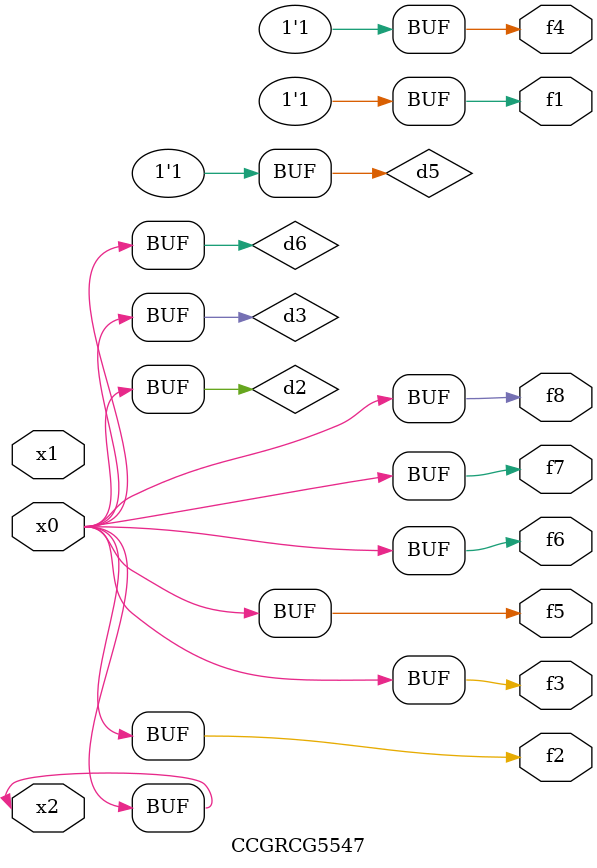
<source format=v>
module CCGRCG5547(
	input x0, x1, x2,
	output f1, f2, f3, f4, f5, f6, f7, f8
);

	wire d1, d2, d3, d4, d5, d6;

	xnor (d1, x2);
	buf (d2, x0, x2);
	and (d3, x0);
	xnor (d4, x1, x2);
	nand (d5, d1, d3);
	buf (d6, d2, d3);
	assign f1 = d5;
	assign f2 = d6;
	assign f3 = d6;
	assign f4 = d5;
	assign f5 = d6;
	assign f6 = d6;
	assign f7 = d6;
	assign f8 = d6;
endmodule

</source>
